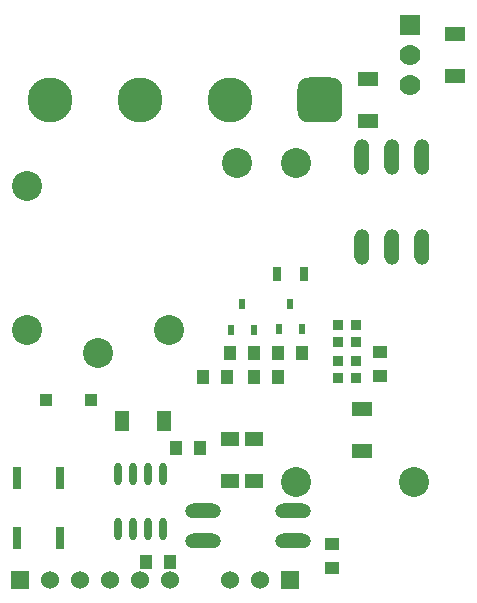
<source format=gbr>
%TF.GenerationSoftware,Altium Limited,Altium Designer,20.2.5 (213)*%
G04 Layer_Color=255*
%FSLAX26Y26*%
%MOIN*%
%TF.SameCoordinates,777CE05A-463F-4341-A6E9-F235672CD6F8*%
%TF.FilePolarity,Positive*%
%TF.FileFunction,Pads,Top*%
%TF.Part,Single*%
G01*
G75*
%TA.AperFunction,SMDPad,CuDef*%
%ADD11O,0.023622X0.074803*%
%ADD12R,0.044000X0.044000*%
%ADD13R,0.050000X0.040000*%
%ADD14O,0.120000X0.050000*%
%ADD15R,0.022000X0.034000*%
%ADD16R,0.029000X0.050000*%
%ADD17R,0.040000X0.050000*%
%ADD18R,0.032000X0.032000*%
%ADD19R,0.068000X0.050000*%
%ADD20R,0.060000X0.050000*%
%ADD21R,0.050000X0.068000*%
%ADD22R,0.025000X0.075000*%
%ADD23O,0.050000X0.120000*%
%TA.AperFunction,ComponentPad*%
%ADD29C,0.060000*%
%ADD30R,0.060000X0.060000*%
%ADD31C,0.150000*%
G04:AMPARAMS|DCode=32|XSize=150mil|YSize=150mil|CornerRadius=37.5mil|HoleSize=0mil|Usage=FLASHONLY|Rotation=180.000|XOffset=0mil|YOffset=0mil|HoleType=Round|Shape=RoundedRectangle|*
%AMROUNDEDRECTD32*
21,1,0.150000,0.075000,0,0,180.0*
21,1,0.075000,0.150000,0,0,180.0*
1,1,0.075000,-0.037500,0.037500*
1,1,0.075000,0.037500,0.037500*
1,1,0.075000,0.037500,-0.037500*
1,1,0.075000,-0.037500,-0.037500*
%
%ADD32ROUNDEDRECTD32*%
%ADD33C,0.100000*%
%ADD34C,0.070000*%
%ADD35R,0.070000X0.070000*%
D11*
X675000Y552520D02*
D03*
X625000D02*
D03*
X575000D02*
D03*
X525000D02*
D03*
X675000Y367480D02*
D03*
X625000D02*
D03*
X575000D02*
D03*
X525000D02*
D03*
D12*
X284000Y800000D02*
D03*
X436000D02*
D03*
D13*
X1240000Y320000D02*
D03*
Y240000D02*
D03*
X1400000Y960000D02*
D03*
Y880000D02*
D03*
D14*
X1110000Y330000D02*
D03*
Y430000D02*
D03*
X810000D02*
D03*
Y330000D02*
D03*
D15*
X1062598Y1034000D02*
D03*
X1137401Y1034000D02*
D03*
X1100000Y1120000D02*
D03*
X902598Y1032000D02*
D03*
X977402Y1032000D02*
D03*
X940000Y1118000D02*
D03*
D16*
X1145276Y1220000D02*
D03*
X1054724D02*
D03*
D17*
X1140000Y957000D02*
D03*
X1060000D02*
D03*
X980000Y955000D02*
D03*
X900000D02*
D03*
X1060000Y875000D02*
D03*
X980000D02*
D03*
X890000D02*
D03*
X810000D02*
D03*
X720000Y640000D02*
D03*
X800000D02*
D03*
X700000Y260000D02*
D03*
X620000D02*
D03*
D18*
X1260000Y872000D02*
D03*
Y928000D02*
D03*
Y1048000D02*
D03*
Y992000D02*
D03*
X1320000Y1048000D02*
D03*
Y992000D02*
D03*
Y872000D02*
D03*
Y928000D02*
D03*
D19*
X1340000Y630000D02*
D03*
Y770000D02*
D03*
X1360000Y1870000D02*
D03*
Y1730000D02*
D03*
X1650000Y1880000D02*
D03*
Y2020000D02*
D03*
D20*
X900000Y670000D02*
D03*
Y530000D02*
D03*
X980000Y670000D02*
D03*
Y530000D02*
D03*
D21*
X540000Y730000D02*
D03*
X680000D02*
D03*
D22*
X188000Y540000D02*
D03*
Y340000D02*
D03*
X332000D02*
D03*
Y540000D02*
D03*
D23*
X1540000Y1310000D02*
D03*
Y1610000D02*
D03*
X1340000D02*
D03*
X1440000D02*
D03*
Y1310000D02*
D03*
X1339062Y1309994D02*
D03*
D29*
X900000Y200000D02*
D03*
X1000000D02*
D03*
X700000D02*
D03*
X600000D02*
D03*
X500000D02*
D03*
X400000D02*
D03*
X300000D02*
D03*
D30*
X1100000D02*
D03*
X200000D02*
D03*
D31*
X900000Y1800000D02*
D03*
X600000D02*
D03*
X300000D02*
D03*
D32*
X1200000D02*
D03*
D33*
X223780Y1513465D02*
D03*
X460000Y954409D02*
D03*
X223780Y1033150D02*
D03*
X696221D02*
D03*
X1120000Y527008D02*
D03*
X1513701D02*
D03*
X1120000Y1590000D02*
D03*
X923149Y1590000D02*
D03*
D34*
X1499997Y1850003D02*
D03*
X1500000Y1950000D02*
D03*
D35*
X1499997Y2050003D02*
D03*
%TF.MD5,f877adbafd1ae492f1cf55df389014d0*%
M02*

</source>
